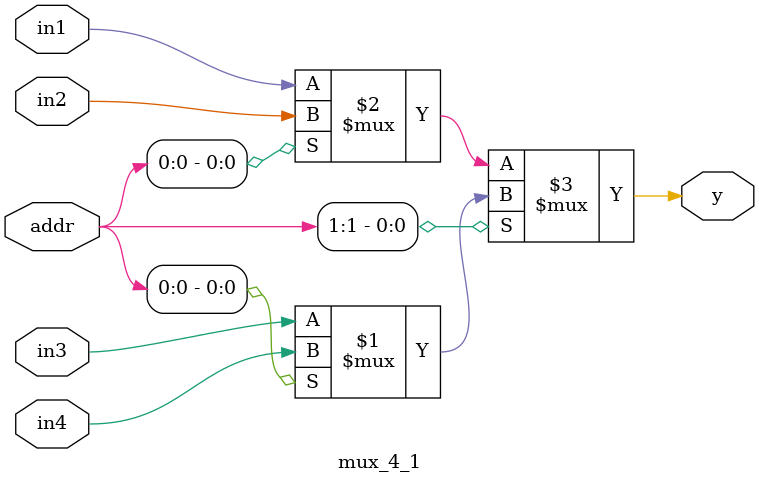
<source format=v>
module mux_4_1 (
    input [1:0] addr,     
    input in1, in2, in3, in4,         
    output y               
);
    assign y = addr[1] ? (addr[0] ? in4 : in3) : (addr[0] ? in2 : in1);

endmodule

</source>
